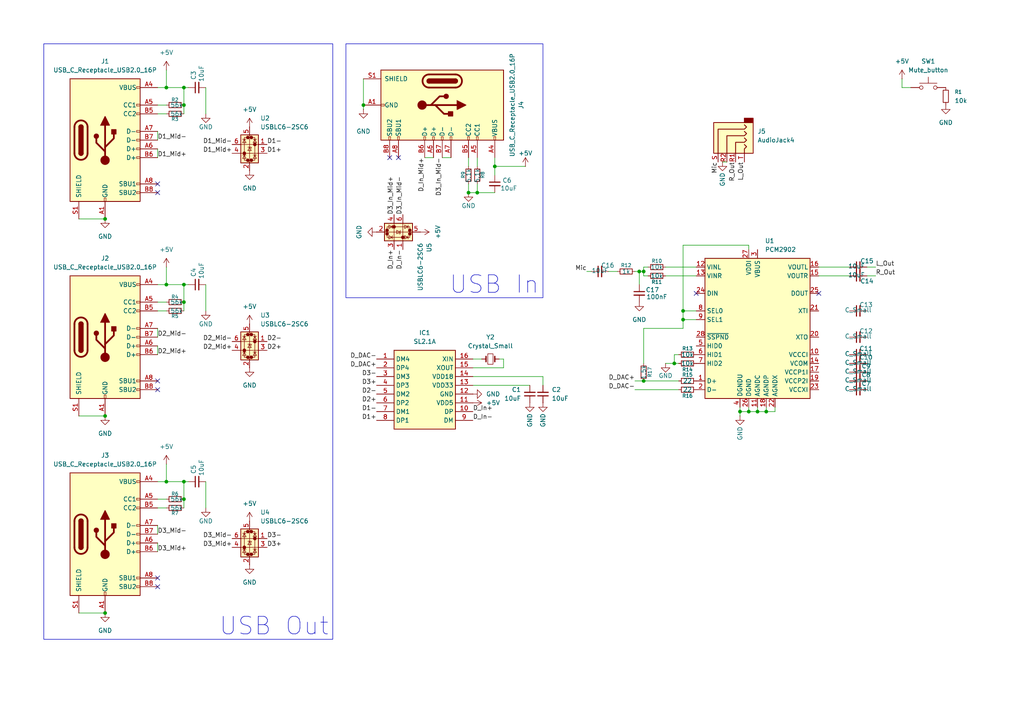
<source format=kicad_sch>
(kicad_sch (version 20250114) (generator "eeschema") (generator_version "9.0")
  (paper "A4")
  (lib_symbols
    (symbol "Audio:PCM2902"
      (property "Reference" "U" (at -14.732 21.59 0))
      (property "Value" "PCM2902" (at 10.922 21.59 0))
      (symbol "PCM2902_0_1"
        (rectangle (start -15.24 20.32) (end 15.24 -20.32) (stroke (width 0.254)) (fill (type background)))
      )
      (symbol "PCM2902_1_1"
        (pin input line (at -17.78 17.78 0) (length 2.54) (name "VINL") (number "12"))
        (pin input line (at -17.78 15.24 0) (length 2.54) (name "VINR") (number "13"))
        (pin input line (at -17.78 10.16 0) (length 2.54) (name "DIN") (number "24"))
        (pin input line (at -17.78 5.08 0) (length 2.54) (name "SEL0") (number "8"))
        (pin input line (at -17.78 2.54 0) (length 2.54) (name "SEL1") (number "9"))
        (pin output line (at -17.78 -2.54 0) (length 2.54) (name "~{SSPND}") (number "28"))
        (pin input line (at -17.78 -5.08 0) (length 2.54) (name "HID0") (number "5"))
        (pin input line (at -17.78 -7.62 0) (length 2.54) (name "HID1") (number "6"))
        (pin input line (at -17.78 -10.16 0) (length 2.54) (name "HID2") (number "7"))
        (pin bidirectional line (at -17.78 -15.24 0) (length 2.54) (name "D+") (number "1"))
        (pin bidirectional line (at -17.78 -17.78 0) (length 2.54) (name "D-") (number "2"))
        (pin power_in line (at -5.08 -22.86 90) (length 2.54) (name "DGNDU") (number "4"))
        (pin power_out line (at -2.54 22.86 270) (length 2.54) (name "VDDI") (number "27"))
        (pin power_in line (at -2.54 -22.86 90) (length 2.54) (name "DGND") (number "26"))
        (pin power_in line (at 0 22.86 270) (length 2.54) (name "VBUS") (number "3"))
        (pin power_in line (at 0 -22.86 90) (length 2.54) (name "AGNDC") (number "11"))
        (pin power_in line (at 2.54 -22.86 90) (length 2.54) (name "AGNDP") (number "18"))
        (pin power_in line (at 5.08 -22.86 90) (length 2.54) (name "AGNDX") (number "22"))
        (pin output line (at 17.78 17.78 180) (length 2.54) (name "VOUTL") (number "16"))
        (pin output line (at 17.78 15.24 180) (length 2.54) (name "VOUTR") (number "15"))
        (pin output line (at 17.78 10.16 180) (length 2.54) (name "DOUT") (number "25"))
        (pin input line (at 17.78 5.08 180) (length 2.54) (name "XTI") (number "21"))
        (pin output line (at 17.78 -2.54 180) (length 2.54) (name "XTO") (number "20"))
        (pin passive line (at 17.78 -7.62 180) (length 2.54) (name "VCCCI") (number "10"))
        (pin passive line (at 17.78 -10.16 180) (length 2.54) (name "VCOM") (number "14"))
        (pin passive line (at 17.78 -12.7 180) (length 2.54) (name "VCCP1I") (number "17"))
        (pin passive line (at 17.78 -15.24 180) (length 2.54) (name "VCCP2I") (number "19"))
        (pin passive line (at 17.78 -17.78 180) (length 2.54) (name "VCCXI") (number "23"))
      )
    )
    (symbol "Connector:USB_C_Receptacle_USB2.0_16P" (pin_names (offset 1.016))
      (property "Reference" "J" (at 0 22.225 0))
      (property "Value" "USB_C_Receptacle_USB2.0_16P" (at 0 19.685 0))
      (symbol "USB_C_Receptacle_USB2.0_16P_0_0"
        (rectangle (start -0.254 -17.78) (end 0.254 -16.764))
        (rectangle (start 10.16 15.494) (end 9.144 14.986))
        (rectangle (start 10.16 10.414) (end 9.144 9.906))
        (rectangle (start 10.16 7.874) (end 9.144 7.366))
        (rectangle (start 10.16 2.794) (end 9.144 2.286))
        (rectangle (start 10.16 0.254) (end 9.144 -0.254))
        (rectangle (start 10.16 -2.286) (end 9.144 -2.794))
        (rectangle (start 10.16 -4.826) (end 9.144 -5.334))
        (rectangle (start 10.16 -12.446) (end 9.144 -12.954))
        (rectangle (start 10.16 -14.986) (end 9.144 -15.494))
      )
      (symbol "USB_C_Receptacle_USB2.0_16P_0_1"
        (rectangle (start -10.16 17.78) (end 10.16 -17.78) (stroke (width 0.254)) (fill (type background)))
        (polyline (pts (xy -8.89 -3.81) (xy -8.89 3.81)) (stroke (width 0.508)))
        (rectangle (start -7.62 -3.81) (end -6.35 3.81) (stroke (width 0.254)) (fill (type outline)))
        (arc (start -7.62 3.81) (mid -6.985 4.4423) (end -6.35 3.81) (stroke (width 0.254)))
        (arc (start -7.62 3.81) (mid -6.985 4.4423) (end -6.35 3.81) (stroke (width 0.254)) (fill (type outline)))
        (arc (start -8.89 3.81) (mid -6.985 5.7067) (end -5.08 3.81) (stroke (width 0.508)))
        (arc (start -5.08 -3.81) (mid -6.985 -5.7067) (end -8.89 -3.81) (stroke (width 0.508)))
        (arc (start -6.35 -3.81) (mid -6.985 -4.4423) (end -7.62 -3.81) (stroke (width 0.254)))
        (arc (start -6.35 -3.81) (mid -6.985 -4.4423) (end -7.62 -3.81) (stroke (width 0.254)) (fill (type outline)))
        (polyline (pts (xy -5.08 3.81) (xy -5.08 -3.81)) (stroke (width 0.508)))
        (circle (center -2.54 1.143) (radius 0.635) (stroke (width 0.254)) (fill (type outline)))
        (polyline (pts (xy -1.27 4.318) (xy 0 6.858) (xy 1.27 4.318) (xy -1.27 4.318)) (stroke (width 0.254)) (fill (type outline)))
        (polyline (pts (xy 0 -2.032) (xy 2.54 0.508) (xy 2.54 1.778)) (stroke (width 0.508)))
        (polyline (pts (xy 0 -3.302) (xy -2.54 -0.762) (xy -2.54 0.508)) (stroke (width 0.508)))
        (polyline (pts (xy 0 -5.842) (xy 0 4.318)) (stroke (width 0.508)))
        (circle (center 0 -5.842) (radius 1.27) (fill (type outline)))
        (rectangle (start 1.905 1.778) (end 3.175 3.048) (stroke (width 0.254)) (fill (type outline)))
      )
      (symbol "USB_C_Receptacle_USB2.0_16P_1_1"
        (pin passive line (at -7.62 -22.86 90) (length 5.08) (name "SHIELD") (number "S1"))
        (pin passive line (at 0 -22.86 90) (length 5.08) (name "GND") (number "A1"))
        (pin passive line (at 0 -22.86 90) (length 5.08) (hide yes) (name "GND") (number "A12"))
        (pin passive line (at 0 -22.86 90) (length 5.08) (hide yes) (name "GND") (number "B1"))
        (pin passive line (at 0 -22.86 90) (length 5.08) (hide yes) (name "GND") (number "B12"))
        (pin passive line (at 15.24 15.24 180) (length 5.08) (name "VBUS") (number "A4"))
        (pin passive line (at 15.24 15.24 180) (length 5.08) (hide yes) (name "VBUS") (number "A9"))
        (pin passive line (at 15.24 15.24 180) (length 5.08) (hide yes) (name "VBUS") (number "B4"))
        (pin passive line (at 15.24 15.24 180) (length 5.08) (hide yes) (name "VBUS") (number "B9"))
        (pin bidirectional line (at 15.24 10.16 180) (length 5.08) (name "CC1") (number "A5"))
        (pin bidirectional line (at 15.24 7.62 180) (length 5.08) (name "CC2") (number "B5"))
        (pin bidirectional line (at 15.24 2.54 180) (length 5.08) (name "D-") (number "A7"))
        (pin bidirectional line (at 15.24 0 180) (length 5.08) (name "D-") (number "B7"))
        (pin bidirectional line (at 15.24 -2.54 180) (length 5.08) (name "D+") (number "A6"))
        (pin bidirectional line (at 15.24 -5.08 180) (length 5.08) (name "D+") (number "B6"))
        (pin bidirectional line (at 15.24 -12.7 180) (length 5.08) (name "SBU1") (number "A8"))
        (pin bidirectional line (at 15.24 -15.24 180) (length 5.08) (name "SBU2") (number "B8"))
      )
    )
    (symbol "Connector_Audio:AudioJack4"
      (property "Reference" "J" (at 0 8.89 0))
      (property "Value" "AudioJack4" (at 0 6.35 0))
      (symbol "AudioJack4_0_1"
        (rectangle (start -6.35 -5.08) (end -7.62 -7.62) (stroke (width 0.254)) (fill (type outline)))
        (polyline (pts (xy -5.715 -5.08) (xy -5.08 -5.715) (xy -4.445 -5.08) (xy -4.445 2.54) (xy 2.54 2.54)) (stroke (width 0.254)))
        (polyline (pts (xy -1.905 -5.08) (xy -1.27 -5.715) (xy -0.635 -5.08) (xy -0.635 -2.54) (xy 2.54 -2.54)) (stroke (width 0.254)))
        (polyline (pts (xy 0 -5.08) (xy 0.635 -5.715) (xy 1.27 -5.08) (xy 2.54 -5.08)) (stroke (width 0.254)))
        (rectangle (start 2.54 3.81) (end -6.35 -7.62) (stroke (width 0.254)) (fill (type background)))
        (polyline (pts (xy 2.54 0) (xy -2.54 0) (xy -2.54 -5.08) (xy -3.175 -5.715) (xy -3.81 -5.08)) (stroke (width 0.254)))
      )
      (symbol "AudioJack4_1_1"
        (pin passive line (at 5.08 2.54 180) (length 2.54) (name "~") (number "S"))
        (pin passive line (at 5.08 0 180) (length 2.54) (name "~") (number "R2"))
        (pin passive line (at 5.08 -2.54 180) (length 2.54) (name "~") (number "R1"))
        (pin passive line (at 5.08 -5.08 180) (length 2.54) (name "~") (number "T"))
      )
    )
    (symbol "Device:C_Small" (pin_numbers (hide yes)) (pin_names (offset 0.254) (hide yes))
      (property "Reference" "C" (at 0.254 1.778 0))
      (property "Value" "C_Small" (at 0.254 -2.032 0))
      (symbol "C_Small_0_1"
        (polyline (pts (xy -1.524 0.508) (xy 1.524 0.508)) (stroke (width 0.3048)))
        (polyline (pts (xy -1.524 -0.508) (xy 1.524 -0.508)) (stroke (width 0.3302)))
      )
      (symbol "C_Small_1_1"
        (pin passive line (at 0 2.54 270) (length 2.032) (name "~") (number "1"))
        (pin passive line (at 0 -2.54 90) (length 2.032) (name "~") (number "2"))
      )
    )
    (symbol "Device:Crystal_Small" (pin_numbers (hide yes)) (pin_names (offset 1.016) (hide yes))
      (property "Reference" "Y" (at 0 2.54 0))
      (property "Value" "Crystal_Small" (at 0 -2.54 0))
      (symbol "Crystal_Small_0_1"
        (polyline (pts (xy -1.27 -0.762) (xy -1.27 0.762)) (stroke (width 0.381)))
        (rectangle (start -0.762 -1.524) (end 0.762 1.524))
        (polyline (pts (xy 1.27 -0.762) (xy 1.27 0.762)) (stroke (width 0.381)))
      )
      (symbol "Crystal_Small_1_1"
        (pin passive line (at -2.54 0 0) (length 1.27) (name "1") (number "1"))
        (pin passive line (at 2.54 0 180) (length 1.27) (name "2") (number "2"))
      )
    )
    (symbol "Device:R_Small" (pin_numbers (hide yes)) (pin_names (offset 0.254) (hide yes))
      (property "Reference" "R" (at 0 0 90))
      (property "Value" "R_Small" (at 1.778 0 90))
      (symbol "R_Small_0_1"
        (rectangle (start -0.762 1.778) (end 0.762 -1.778) (stroke (width 0.2032)))
      )
      (symbol "R_Small_1_1"
        (pin passive line (at 0 2.54 270) (length 0.762) (name "~") (number "1"))
        (pin passive line (at 0 -2.54 90) (length 0.762) (name "~") (number "2"))
      )
    )
    (symbol "Power_Protection:USBLC6-2SC6" (pin_names (hide yes))
      (property "Reference" "U" (at 0.635 5.715 0))
      (property "Value" "USBLC6-2SC6" (at 0.635 3.81 0))
      (symbol "USBLC6-2SC6_0_0"
        (circle (center -1.524 0) (radius 0.0001) (stroke (width 0.508)))
        (circle (center -0.508 2.032) (radius 0.0001) (stroke (width 0.508)))
        (circle (center -0.508 -4.572) (radius 0.0001) (stroke (width 0.508)))
        (circle (center 0.508 2.032) (radius 0.0001) (stroke (width 0.508)))
        (circle (center 0.508 -4.572) (radius 0.0001) (stroke (width 0.508)))
        (circle (center 1.524 -2.54) (radius 0.0001) (stroke (width 0.508)))
      )
      (symbol "USBLC6-2SC6_0_1"
        (polyline (pts (xy -2.54 0) (xy 2.54 0)))
        (polyline (pts (xy -2.54 -2.54) (xy 2.54 -2.54)))
        (polyline (pts (xy -2.032 0.508) (xy -1.016 0.508) (xy -1.524 1.524) (xy -2.032 0.508)))
        (polyline (pts (xy -2.032 -3.048) (xy -1.016 -3.048)))
        (polyline (pts (xy -1.016 1.524) (xy -2.032 1.524)))
        (polyline (pts (xy -1.016 -4.064) (xy -2.032 -4.064) (xy -1.524 -3.048) (xy -1.016 -4.064)))
        (polyline (pts (xy -0.508 -1.143) (xy -0.508 -0.762) (xy 0.508 -0.762)))
        (polyline (pts (xy 0 2.54) (xy -0.508 2.032) (xy 0.508 2.032) (xy 0 1.524) (xy 0 -4.064) (xy -0.508 -4.572) (xy 0.508 -4.572) (xy 0 -5.08)))
        (polyline (pts (xy 0.508 -1.778) (xy -0.508 -1.778) (xy 0 -0.762) (xy 0.508 -1.778)))
        (polyline (pts (xy 1.016 1.524) (xy 2.032 1.524)))
        (polyline (pts (xy 1.016 -3.048) (xy 2.032 -3.048)))
        (polyline (pts (xy 2.032 0.508) (xy 1.016 0.508) (xy 1.524 1.524) (xy 2.032 0.508)))
        (polyline (pts (xy 2.032 -4.064) (xy 1.016 -4.064) (xy 1.524 -3.048) (xy 2.032 -4.064)))
      )
      (symbol "USBLC6-2SC6_1_1"
        (rectangle (start -2.54 2.794) (end 2.54 -5.334) (stroke (width 0.254)) (fill (type background)))
        (polyline (pts (xy -0.508 2.032) (xy -1.524 2.032) (xy -1.524 -4.572) (xy -0.508 -4.572)))
        (polyline (pts (xy 0.508 -4.572) (xy 1.524 -4.572) (xy 1.524 2.032) (xy 0.508 2.032)))
        (pin passive line (at -5.08 0 0) (length 2.54) (name "I/O1") (number "1"))
        (pin passive line (at -5.08 -2.54 0) (length 2.54) (name "I/O2") (number "3"))
        (pin passive line (at 0 5.08 270) (length 2.54) (name "VBUS") (number "5"))
        (pin passive line (at 0 -7.62 90) (length 2.54) (name "GND") (number "2"))
        (pin passive line (at 5.08 0 180) (length 2.54) (name "I/O1") (number "6"))
        (pin passive line (at 5.08 -2.54 180) (length 2.54) (name "I/O2") (number "4"))
      )
    )
    (symbol "SL2_1A:SL2.1A"
      (property "Reference" "IC" (at 24.13 7.62 0))
      (property "Value" "SL2.1A" (at 24.13 5.08 0))
      (symbol "SL2.1A_1_1"
        (rectangle (start 5.08 2.54) (end 22.86 -20.32) (stroke (width 0.254)) (fill (type background)))
        (pin passive line (at 0 0 0) (length 5.08) (name "DM4") (number "1"))
        (pin passive line (at 0 -2.54 0) (length 5.08) (name "DP4") (number "2"))
        (pin passive line (at 0 -5.08 0) (length 5.08) (name "DM3") (number "3"))
        (pin passive line (at 0 -7.62 0) (length 5.08) (name "DP3") (number "4"))
        (pin passive line (at 0 -10.16 0) (length 5.08) (name "DM2") (number "5"))
        (pin passive line (at 0 -12.7 0) (length 5.08) (name "DP2") (number "6"))
        (pin passive line (at 0 -15.24 0) (length 5.08) (name "DM1") (number "7"))
        (pin passive line (at 0 -17.78 0) (length 5.08) (name "DP1") (number "8"))
        (pin passive line (at 27.94 0 180) (length 5.08) (name "XIN") (number "16"))
        (pin passive line (at 27.94 -2.54 180) (length 5.08) (name "XOUT") (number "15"))
        (pin passive line (at 27.94 -5.08 180) (length 5.08) (name "VDD18") (number "14"))
        (pin passive line (at 27.94 -7.62 180) (length 5.08) (name "VDD33") (number "13"))
        (pin passive line (at 27.94 -10.16 180) (length 5.08) (name "GND") (number "12"))
        (pin passive line (at 27.94 -12.7 180) (length 5.08) (name "VDD5") (number "11"))
        (pin passive line (at 27.94 -15.24 180) (length 5.08) (name "DP") (number "10"))
        (pin passive line (at 27.94 -17.78 180) (length 5.08) (name "DM") (number "9"))
      )
    )
    (symbol "Switch:SW_Push" (pin_numbers (hide yes)) (pin_names (offset 1.016) (hide yes))
      (property "Reference" "SW" (at 1.27 2.54 0))
      (property "Value" "SW_Push" (at 0 -1.524 0))
      (symbol "SW_Push_0_1"
        (circle (center -2.032 0) (radius 0.508))
        (polyline (pts (xy 0 1.27) (xy 0 3.048)))
        (circle (center 2.032 0) (radius 0.508))
        (polyline (pts (xy 2.54 1.27) (xy -2.54 1.27)))
        (pin passive line (at -5.08 0 0) (length 2.54) (name "1") (number "1"))
        (pin passive line (at 5.08 0 180) (length 2.54) (name "2") (number "2"))
      )
    )
    (symbol "power:+5V" (power) (pin_numbers (hide yes)) (pin_names (offset 0) (hide yes))
      (property "Value" "+5V" (at 0 3.556 0))
      (symbol "+5V_0_1"
        (polyline (pts (xy -0.762 1.27) (xy 0 2.54)))
        (polyline (pts (xy 0 2.54) (xy 0.762 1.27)))
        (polyline (pts (xy 0 0) (xy 0 2.54)))
      )
      (symbol "+5V_1_1"
        (pin power_in line (at 0 0 90) (length 0) (name "~") (number "1"))
      )
    )
    (symbol "power:GND" (power) (pin_numbers (hide yes)) (pin_names (offset 0) (hide yes))
      (property "Value" "GND" (at 0 -3.81 0))
      (symbol "GND_0_1"
        (polyline (pts (xy 0 0) (xy 0 -1.27) (xy 1.27 -1.27) (xy 0 -2.54) (xy -1.27 -1.27) (xy 0 -1.27)))
      )
      (symbol "GND_1_1"
        (pin power_in line (at 0 0 270) (length 0) (name "~") (number "1"))
      )
    )
  )
  (text "What value resistor for host?" (at 49.276 -11.938 0) (effects (font (size 5.08 5.08))))
  (text_box "USB In" (at 100.33 12.7 0) (size 57.15 73.66) (margins 0.9525 0.9525 0.9525 0.9525) (effects (font (size 5.08 5.08)) (justify right bottom)))
  (text_box "USB Out" (at 12.7 12.7 0) (size 83.82 172.72) (margins 0.9525 0.9525 0.9525 0.9525) (effects (font (size 5.08 5.08)) (justify right bottom)))
  (junction (at 195.58 105.41))
  (junction (at 53.34 25.4))
  (junction (at 53.34 30.48))
  (junction (at 105.41 30.48))
  (junction (at 219.71 119.38))
  (junction (at 53.34 144.78))
  (junction (at 53.34 139.7))
  (junction (at 217.17 119.38))
  (junction (at 135.89 55.88))
  (junction (at 48.26 82.55))
  (junction (at 198.12 90.17))
  (junction (at 143.51 48.26))
  (junction (at 30.48 120.65))
  (junction (at 30.48 177.8))
  (junction (at 48.26 139.7))
  (junction (at 185.42 78.74))
  (junction (at 198.12 92.71))
  (junction (at 53.34 87.63))
  (junction (at 30.48 63.5))
  (junction (at 186.69 78.74))
  (junction (at 186.69 110.49))
  (junction (at 214.63 119.38))
  (junction (at 222.25 119.38))
  (junction (at 53.34 82.55))
  (junction (at 138.43 55.88))
  (junction (at 48.26 25.4))
  (no_connect (at 45.72 53.34))
  (no_connect (at 201.93 85.09))
  (no_connect (at 115.57 45.72))
  (no_connect (at 113.03 45.72))
  (no_connect (at 45.72 110.49))
  (no_connect (at 45.72 55.88))
  (no_connect (at 237.49 85.09))
  (no_connect (at 45.72 113.03))
  (no_connect (at 45.72 170.18))
  (no_connect (at 45.72 167.64))
  (wire (pts (xy 143.51 55.88) (xy 138.43 55.88)))
  (wire (pts (xy 53.34 90.17) (xy 53.34 87.63)))
  (wire (pts (xy 237.49 77.47) (xy 246.38 77.47)))
  (wire (pts (xy 193.04 77.47) (xy 201.93 77.47)))
  (wire (pts (xy 48.26 139.7) (xy 45.72 139.7)))
  (wire (pts (xy 130.81 45.72) (xy 128.27 45.72)))
  (wire (pts (xy 48.26 25.4) (xy 53.34 25.4)))
  (wire (pts (xy 209.55 46.99) (xy 210.82 46.99)))
  (wire (pts (xy 45.72 144.78) (xy 48.26 144.78)))
  (wire (pts (xy 219.71 118.11) (xy 219.71 119.38)))
  (wire (pts (xy 59.69 82.55) (xy 59.69 90.17)))
  (wire (pts (xy 198.12 90.17) (xy 201.93 90.17)))
  (wire (pts (xy 53.34 139.7) (xy 54.61 139.7)))
  (wire (pts (xy 214.63 119.38) (xy 214.63 118.11)))
  (wire (pts (xy 45.72 152.4) (xy 45.72 154.94)))
  (wire (pts (xy 195.58 102.87) (xy 195.58 105.41)))
  (wire (pts (xy 137.16 111.76) (xy 153.67 111.76)))
  (wire (pts (xy 224.79 118.11) (xy 224.79 119.38)))
  (wire (pts (xy 45.72 95.25) (xy 45.72 97.79)))
  (wire (pts (xy 195.58 105.41) (xy 196.85 105.41)))
  (wire (pts (xy 186.69 78.74) (xy 186.69 80.01)))
  (wire (pts (xy 184.15 78.74) (xy 185.42 78.74)))
  (wire (pts (xy 193.04 80.01) (xy 201.93 80.01)))
  (wire (pts (xy 48.26 82.55) (xy 45.72 82.55)))
  (wire (pts (xy 185.42 78.74) (xy 186.69 78.74)))
  (wire (pts (xy 125.73 45.72) (xy 123.19 45.72)))
  (wire (pts (xy 138.43 53.34) (xy 138.43 55.88)))
  (wire (pts (xy 261.62 25.4) (xy 264.16 25.4)))
  (wire (pts (xy 185.42 78.74) (xy 185.42 82.55)))
  (wire (pts (xy 143.51 48.26) (xy 143.51 50.8)))
  (wire (pts (xy 217.17 71.12) (xy 217.17 72.39)))
  (wire (pts (xy 186.69 80.01) (xy 187.96 80.01)))
  (wire (pts (xy 48.26 77.47) (xy 48.26 82.55)))
  (wire (pts (xy 217.17 118.11) (xy 217.17 119.38)))
  (wire (pts (xy 137.16 109.22) (xy 157.48 109.22)))
  (wire (pts (xy 48.26 25.4) (xy 45.72 25.4)))
  (wire (pts (xy 251.46 77.47) (xy 254 77.47)))
  (wire (pts (xy 53.34 139.7) (xy 53.34 144.78)))
  (wire (pts (xy 187.96 77.47) (xy 186.69 77.47)))
  (wire (pts (xy 198.12 92.71) (xy 201.93 92.71)))
  (wire (pts (xy 170.18 78.74) (xy 171.45 78.74)))
  (wire (pts (xy 176.53 78.74) (xy 179.07 78.74)))
  (wire (pts (xy 217.17 119.38) (xy 214.63 119.38)))
  (wire (pts (xy 53.34 87.63) (xy 53.34 82.55)))
  (wire (pts (xy 198.12 71.12) (xy 217.17 71.12)))
  (wire (pts (xy 146.05 104.14) (xy 144.78 104.14)))
  (wire (pts (xy 135.89 45.72) (xy 135.89 48.26)))
  (wire (pts (xy 222.25 119.38) (xy 219.71 119.38)))
  (wire (pts (xy 186.69 110.49) (xy 196.85 110.49)))
  (wire (pts (xy 198.12 92.71) (xy 198.12 90.17)))
  (wire (pts (xy 184.15 110.49) (xy 186.69 110.49)))
  (wire (pts (xy 105.41 31.75) (xy 105.41 30.48)))
  (wire (pts (xy 48.26 134.62) (xy 48.26 139.7)))
  (wire (pts (xy 137.16 106.68) (xy 146.05 106.68)))
  (wire (pts (xy 222.25 118.11) (xy 222.25 119.38)))
  (wire (pts (xy 45.72 157.48) (xy 45.72 160.02)))
  (wire (pts (xy 45.72 90.17) (xy 48.26 90.17)))
  (wire (pts (xy 48.26 82.55) (xy 53.34 82.55)))
  (wire (pts (xy 59.69 25.4) (xy 59.69 33.02)))
  (wire (pts (xy 53.34 25.4) (xy 54.61 25.4)))
  (wire (pts (xy 224.79 119.38) (xy 222.25 119.38)))
  (wire (pts (xy 45.72 147.32) (xy 48.26 147.32)))
  (wire (pts (xy 198.12 95.25) (xy 198.12 92.71)))
  (wire (pts (xy 53.34 144.78) (xy 53.34 147.32)))
  (wire (pts (xy 48.26 139.7) (xy 53.34 139.7)))
  (wire (pts (xy 22.86 120.65) (xy 30.48 120.65)))
  (wire (pts (xy 219.71 119.38) (xy 217.17 119.38)))
  (wire (pts (xy 186.69 95.25) (xy 198.12 95.25)))
  (wire (pts (xy 198.12 90.17) (xy 198.12 71.12)))
  (wire (pts (xy 193.04 105.41) (xy 195.58 105.41)))
  (wire (pts (xy 45.72 38.1) (xy 45.72 40.64)))
  (wire (pts (xy 53.34 25.4) (xy 53.34 30.48)))
  (wire (pts (xy 45.72 43.18) (xy 45.72 45.72)))
  (wire (pts (xy 251.46 80.01) (xy 254 80.01)))
  (wire (pts (xy 59.69 139.7) (xy 59.69 147.32)))
  (wire (pts (xy 105.41 22.86) (xy 105.41 30.48)))
  (wire (pts (xy 22.86 63.5) (xy 30.48 63.5)))
  (wire (pts (xy 138.43 45.72) (xy 138.43 48.26)))
  (wire (pts (xy 157.48 109.22) (xy 157.48 111.76)))
  (wire (pts (xy 53.34 30.48) (xy 53.34 33.02)))
  (wire (pts (xy 184.15 113.03) (xy 196.85 113.03)))
  (wire (pts (xy 261.62 22.86) (xy 261.62 25.4)))
  (wire (pts (xy 22.86 177.8) (xy 30.48 177.8)))
  (wire (pts (xy 45.72 30.48) (xy 48.26 30.48)))
  (wire (pts (xy 214.63 119.38) (xy 214.63 120.65)))
  (wire (pts (xy 137.16 104.14) (xy 139.7 104.14)))
  (wire (pts (xy 45.72 33.02) (xy 48.26 33.02)))
  (wire (pts (xy 186.69 77.47) (xy 186.69 78.74)))
  (wire (pts (xy 48.26 20.32) (xy 48.26 25.4)))
  (wire (pts (xy 45.72 87.63) (xy 48.26 87.63)))
  (wire (pts (xy 146.05 106.68) (xy 146.05 104.14)))
  (wire (pts (xy 237.49 80.01) (xy 246.38 80.01)))
  (wire (pts (xy 45.72 100.33) (xy 45.72 102.87)))
  (wire (pts (xy 53.34 82.55) (xy 54.61 82.55)))
  (wire (pts (xy 143.51 48.26) (xy 143.51 45.72)))
  (wire (pts (xy 152.4 48.26) (xy 143.51 48.26)))
  (wire (pts (xy 135.89 55.88) (xy 135.89 53.34)))
  (wire (pts (xy 138.43 55.88) (xy 135.89 55.88)))
  (wire (pts (xy 196.85 102.87) (xy 195.58 102.87)))
  (wire (pts (xy 186.69 105.41) (xy 186.69 95.25)))
  (label "R_Out" (at 213.36 46.99 270))
  (label "D_In+" (at 114.3 72.39 270))
  (label "D1+" (at 109.22 121.92 180))
  (label "D1_Mid-" (at 45.72 40.64 0))
  (label "Mic" (at 208.28 46.99 270))
  (label "D3_In_Mid-" (at 128.27 45.72 270))
  (label "D2-" (at 77.47 99.06 0))
  (label "D_DAC+" (at 184.15 110.49 180))
  (label "D2-" (at 109.22 114.3 180))
  (label "L_Out" (at 215.9 46.99 270))
  (label "Mic" (at 170.18 78.74 180))
  (label "D2_Mid+" (at 45.72 102.87 0))
  (label "D3_Mid-" (at 67.31 156.21 180))
  (label "D1_Mid-" (at 67.31 41.91 180))
  (label "D_DAC-" (at 109.22 104.14 180))
  (label "D_DAC+" (at 109.22 106.68 180))
  (label "D2+" (at 77.47 101.6 0))
  (label "D2_Mid-" (at 67.31 99.06 180))
  (label "D3_Mid+" (at 45.72 160.02 0))
  (label "D1+" (at 77.47 44.45 0))
  (label "D2+" (at 109.22 116.84 180))
  (label "D1-" (at 77.47 41.91 0))
  (label "D3_In_Mid+" (at 114.3 62.23 90))
  (label "L_Out" (at 254 77.47 0))
  (label "D1-" (at 109.22 119.38 180))
  (label "D3_Mid+" (at 67.31 158.75 180))
  (label "D2_Mid-" (at 45.72 97.79 0))
  (label "D1_Mid+" (at 45.72 45.72 0))
  (label "D3_Mid-" (at 45.72 154.94 0))
  (label "D_In-" (at 137.16 121.92 0))
  (label "D_In-" (at 116.84 72.39 270))
  (label "D3_In_Mid-" (at 116.84 62.23 90))
  (label "D_In+" (at 137.16 119.38 0))
  (label "D3+" (at 77.47 158.75 0))
  (label "D_In_Mid+" (at 123.19 45.72 270))
  (label "D3-" (at 109.22 109.22 180))
  (label "D1_Mid+" (at 67.31 44.45 180))
  (label "R_Out" (at 254 80.01 0))
  (label "D3-" (at 77.47 156.21 0))
  (label "D_DAC-" (at 184.15 113.03 180))
  (label "D3+" (at 109.22 111.76 180))
  (label "D2_Mid+" (at 67.31 101.6 180))
  (symbol (lib_id "power:GND") (at 30.48 63.5 0) (unit 1)
    (property "Reference" "#PWR010" (effects (hide yes)))
    (property "Value" "GND" (at 30.48 68.58 0))
    (property "Description" "Power symbol creates a global label with name \"GND\" , ground" (effects (hide yes)))
  )
  (symbol (lib_id "Device:R_Small") (at 50.8 33.02 90) (mirror x) (unit 1)
    (property "Reference" "R3" (at 51.816 34.544 90) (effects (font (size 1.016 1.016)) (justify left)))
    (property "Value" "56k" (at 53.086 33.02 90) (effects (justify left)))
    (property "Description" "Resistor, small symbol" (effects (hide yes)))
  )
  (symbol (lib_id "Device:R_Small") (at 50.8 90.17 90) (mirror x) (unit 1)
    (property "Reference" "R5" (at 51.816 91.694 90) (effects (font (size 1.016 1.016)) (justify left)))
    (property "Value" "56k" (at 53.086 90.17 90) (effects (justify left)))
    (property "Description" "Resistor, small symbol" (effects (hide yes)))
  )
  (symbol (lib_id "Device:R_Small") (at 138.43 50.8 0) (unit 1)
    (property "Reference" "R8" (at 139.954 51.816 90) (effects (font (size 1.016 1.016)) (justify left)))
    (property "Value" "5.1k" (at 138.43 53.086 90) (effects (justify left)))
    (property "Description" "Resistor, small symbol" (effects (hide yes)))
  )
  (symbol (lib_id "power:GND") (at 59.69 147.32 0) (unit 1)
    (property "Reference" "#PWR019" (effects (hide yes)))
    (property "Value" "GND" (at 59.69 151.13 0))
    (property "Description" "Power symbol creates a global label with name \"GND\" , ground" (effects (hide yes)))
  )
  (symbol (lib_id "Power_Protection:USBLC6-2SC6") (at 116.84 67.31 270) (mirror x) (unit 1)
    (property "Reference" "U5" (at 124.46 70.4281 0) (effects (justify right)))
    (property "Value" "USBLC6-2SC6" (at 121.92 70.4281 0) (effects (justify right)))
    (property "Footprint" "Package_TO_SOT_SMD:SOT-23-6" (effects (hide yes)))
    (property "Datasheet" "https://www.st.com/resource/en/datasheet/usblc6-2.pdf" (effects (hide yes)))
    (property "Description" "Very low capacitance ESD protection diode, 2 data-line, SOT-23-6" (effects (hide yes)))
  )
  (symbol (lib_id "power:GND") (at 59.69 90.17 0) (unit 1)
    (property "Reference" "#PWR014" (effects (hide yes)))
    (property "Value" "GND" (at 59.69 93.98 0))
    (property "Description" "Power symbol creates a global label with name \"GND\" , ground" (effects (hide yes)))
  )
  (symbol (lib_id "Device:R_Small") (at 274.32 27.94 0) (unit 1)
    (property "Reference" "R1" (at 276.86 26.6699 0) (effects (font (size 1.016 1.016)) (justify left)))
    (property "Value" "10k" (at 276.86 29.2099 0) (effects (justify left)))
    (property "Description" "Resistor, small symbol" (effects (hide yes)))
  )
  (symbol (lib_id "Device:C_Small") (at 157.48 114.3 180) (unit 1)
    (property "Reference" "C2" (at 160.02 113.0235 0) (effects (justify right)))
    (property "Value" "10uF" (at 160.02 115.5635 0) (effects (justify right)))
    (property "Description" "Unpolarized capacitor, small symbol" (effects (hide yes)))
  )
  (symbol (lib_id "power:+5V") (at 261.62 22.86 0) (unit 1)
    (property "Reference" "#PWR01" (effects (hide yes)))
    (property "Value" "+5V" (at 261.62 17.78 0))
    (property "Description" "Power symbol creates a global label with name \"+5V\"" (effects (hide yes)))
  )
  (symbol (lib_id "Audio:PCM2902") (at 219.71 95.25 0) (unit 1)
    (property "Reference" "U1" (at 221.8533 69.85 0) (effects (justify left)))
    (property "Value" "PCM2902" (at 221.8533 72.39 0) (effects (justify left)))
    (property "Footprint" "Package_SO:SSOP-28_5.3x10.2mm_P0.65mm" (effects (hide yes)))
    (property "Datasheet" "http://www.ti.com/lit/ds/symlink/pcm2902c.pdf" (effects (hide yes)))
    (property "Description" "Stereo Audio Codec with USB interface, Analog Input/Output, and S/PDIF, SSOP-28" (effects (hide yes)))
  )
  (symbol (lib_id "power:GND") (at 72.39 49.53 0) (unit 1)
    (property "Reference" "#PWR08" (effects (hide yes)))
    (property "Value" "GND" (at 72.39 54.61 0))
    (property "Description" "Power symbol creates a global label with name \"GND\" , ground" (effects (hide yes)))
  )
  (symbol (lib_id "power:+5V") (at 121.92 67.31 270) (unit 1)
    (property "Reference" "#PWR025" (effects (hide yes)))
    (property "Value" "+5V" (at 127 67.31 0))
    (property "Description" "Power symbol creates a global label with name \"+5V\"" (effects (hide yes)))
  )
  (symbol (lib_id "Device:R_Small") (at 199.39 110.49 90) (unit 1)
    (property "Reference" "R15" (at 199.39 108.712 90) (effects (font (size 1.016 1.016))))
    (property "Value" "22" (at 199.39 110.49 90))
    (property "Description" "Resistor, small symbol" (effects (hide yes)))
  )
  (symbol (lib_id "power:GND") (at 105.41 31.75 0) (unit 1)
    (property "Reference" "#PWR022" (effects (hide yes)))
    (property "Value" "GND" (at 105.41 38.1 0))
    (property "Description" "Power symbol creates a global label with name \"GND\" , ground" (effects (hide yes)))
  )
  (symbol (lib_id "power:GND") (at 193.04 105.41 0) (unit 1)
    (property "Reference" "#PWR030" (effects (hide yes)))
    (property "Value" "GND" (at 193.04 108.966 0))
    (property "Description" "Power symbol creates a global label with name \"GND\" , ground" (effects (hide yes)))
  )
  (symbol (lib_id "Device:R_Small") (at 50.8 144.78 90) (unit 1)
    (property "Reference" "R6" (at 51.816 143.256 90) (effects (font (size 1.016 1.016)) (justify left)))
    (property "Value" "56k" (at 53.086 144.78 90) (effects (justify left)))
    (property "Description" "Resistor, small symbol" (effects (hide yes)))
  )
  (symbol (lib_id "Device:C_Small") (at 248.92 97.79 90) (unit 1)
    (property "Reference" "C12" (at 251.206 96.012 90))
    (property "Value" "C_Small" (at 248.92 97.536 90))
    (property "Description" "Unpolarized capacitor, small symbol" (effects (hide yes)))
  )
  (symbol (lib_id "power:GND") (at 153.67 116.84 0) (unit 1)
    (property "Reference" "#PWR05" (effects (hide yes)))
    (property "Value" "GND" (at 153.67 121.92 90))
    (property "Description" "Power symbol creates a global label with name \"GND\" , ground" (effects (hide yes)))
  )
  (symbol (lib_id "Device:R_Small") (at 186.69 107.95 0) (mirror x) (unit 1)
    (property "Reference" "R17" (at 188.468 107.95 90) (effects (font (size 1.016 1.016))))
    (property "Value" "1.5k" (at 186.69 107.95 90))
    (property "Description" "Resistor, small symbol" (effects (hide yes)))
  )
  (symbol (lib_id "power:+5V") (at 48.26 134.62 0) (unit 1)
    (property "Reference" "#PWR018" (effects (hide yes)))
    (property "Value" "+5V" (at 48.26 129.54 0))
    (property "Description" "Power symbol creates a global label with name \"+5V\"" (effects (hide yes)))
  )
  (symbol (lib_id "Device:R_Small") (at 190.5 77.47 90) (unit 1)
    (property "Reference" "R10" (at 190.5 75.692 90) (effects (font (size 1.016 1.016))))
    (property "Value" "10k" (at 190.5 77.47 90))
    (property "Description" "Resistor, small symbol" (effects (hide yes)))
  )
  (symbol (lib_id "power:GND") (at 137.16 114.3 90) (unit 1)
    (property "Reference" "#PWR03" (effects (hide yes)))
    (property "Value" "GND" (at 140.97 114.2999 90) (effects (justify right)))
    (property "Description" "Power symbol creates a global label with name \"GND\" , ground" (effects (hide yes)))
  )
  (symbol (lib_id "Device:R_Small") (at 190.5 80.01 90) (mirror x) (unit 1)
    (property "Reference" "R11" (at 190.5 81.788 90) (effects (font (size 1.016 1.016))))
    (property "Value" "10k" (at 190.5 80.01 90))
    (property "Description" "Resistor, small symbol" (effects (hide yes)))
  )
  (symbol (lib_id "power:GND") (at 274.32 30.48 0) (unit 1)
    (property "Reference" "#PWR02" (effects (hide yes)))
    (property "Value" "GND" (at 274.32 35.56 0))
    (property "Description" "Power symbol creates a global label with name \"GND\" , ground" (effects (hide yes)))
  )
  (symbol (lib_id "Device:C_Small") (at 57.15 25.4 90) (unit 1)
    (property "Reference" "C3" (at 56.134 21.844 0))
    (property "Value" "10uF" (at 58.42 21.336 0))
    (property "Description" "Unpolarized capacitor, small symbol" (effects (hide yes)))
  )
  (symbol (lib_id "Power_Protection:USBLC6-2SC6") (at 72.39 41.91 0) (mirror y) (unit 1)
    (property "Reference" "U2" (at 75.5081 34.29 0) (effects (justify right)))
    (property "Value" "USBLC6-2SC6" (at 75.5081 36.83 0) (effects (justify right)))
    (property "Footprint" "Package_TO_SOT_SMD:SOT-23-6" (effects (hide yes)))
    (property "Datasheet" "https://www.st.com/resource/en/datasheet/usblc6-2.pdf" (effects (hide yes)))
    (property "Description" "Very low capacitance ESD protection diode, 2 data-line, SOT-23-6" (effects (hide yes)))
  )
  (symbol (lib_id "Device:C_Small") (at 153.67 114.3 0) (mirror x) (unit 1)
    (property "Reference" "C1" (at 151.13 113.0235 0) (effects (justify right)))
    (property "Value" "10uF" (at 151.13 115.5635 0) (effects (justify right)))
    (property "Description" "Unpolarized capacitor, small symbol" (effects (hide yes)))
  )
  (symbol (lib_id "power:GND") (at 109.22 67.31 270) (unit 1)
    (property "Reference" "#PWR026" (effects (hide yes)))
    (property "Value" "GND" (at 104.14 67.31 0))
    (property "Description" "Power symbol creates a global label with name \"GND\" , ground" (effects (hide yes)))
  )
  (symbol (lib_id "Device:R_Small") (at 199.39 105.41 90) (mirror x) (unit 1)
    (property "Reference" "R14" (at 199.39 107.188 90) (effects (font (size 1.016 1.016))))
    (property "Value" "10k" (at 199.39 105.41 90))
    (property "Description" "Resistor, small symbol" (effects (hide yes)))
  )
  (symbol (lib_id "power:+5V") (at 72.39 36.83 0) (unit 1)
    (property "Reference" "#PWR07" (effects (hide yes)))
    (property "Value" "+5V" (at 72.39 31.75 0))
    (property "Description" "Power symbol creates a global label with name \"+5V\"" (effects (hide yes)))
  )
  (symbol (lib_id "Device:R_Small") (at 135.89 50.8 0) (mirror y) (unit 1)
    (property "Reference" "R9" (at 134.366 51.816 90) (effects (font (size 1.016 1.016)) (justify left)))
    (property "Value" "5.1k" (at 135.89 53.086 90) (effects (justify left)))
    (property "Description" "Resistor, small symbol" (effects (hide yes)))
  )
  (symbol (lib_id "Device:R_Small") (at 50.8 87.63 90) (unit 1)
    (property "Reference" "R4" (at 51.816 86.106 90) (effects (font (size 1.016 1.016)) (justify left)))
    (property "Value" "56k" (at 53.086 87.63 90) (effects (justify left)))
    (property "Description" "Resistor, small symbol" (effects (hide yes)))
  )
  (symbol (lib_id "Device:R_Small") (at 50.8 30.48 90) (unit 1)
    (property "Reference" "R2" (at 51.816 28.956 90) (effects (font (size 1.016 1.016)) (justify left)))
    (property "Value" "56k" (at 53.086 30.48 90) (effects (justify left)))
    (property "Description" "Resistor, small symbol" (effects (hide yes)))
  )
  (symbol (lib_id "Device:C_Small") (at 248.92 107.95 90) (unit 1)
    (property "Reference" "C9" (at 251.206 106.172 90))
    (property "Value" "C_Small" (at 248.92 107.696 90))
    (property "Description" "Unpolarized capacitor, small symbol" (effects (hide yes)))
  )
  (symbol (lib_id "Device:C_Small") (at 185.42 85.09 0) (unit 1)
    (property "Reference" "C17" (at 189.23 84.074 0))
    (property "Value" "100nF" (at 190.5 86.106 0))
    (property "Description" "Unpolarized capacitor, small symbol" (effects (hide yes)))
  )
  (symbol (lib_id "power:GND") (at 214.63 120.65 0) (unit 1)
    (property "Reference" "#PWR029" (effects (hide yes)))
    (property "Value" "GND" (at 214.63 125.73 90))
    (property "Description" "Power symbol creates a global label with name \"GND\" , ground" (effects (hide yes)))
  )
  (symbol (lib_id "Device:C_Small") (at 248.92 80.01 90) (unit 1)
    (property "Reference" "C14" (at 251.46 81.534 90))
    (property "Value" "10uF" (at 248.412 79.756 90))
    (property "Description" "Unpolarized capacitor, small symbol" (effects (hide yes)))
  )
  (symbol (lib_id "Device:C_Small") (at 248.92 102.87 90) (unit 1)
    (property "Reference" "C11" (at 251.206 101.092 90))
    (property "Value" "C_Small" (at 248.92 102.616 90))
    (property "Description" "Unpolarized capacitor, small symbol" (effects (hide yes)))
  )
  (symbol (lib_id "power:GND") (at 30.48 177.8 0) (unit 1)
    (property "Reference" "#PWR017" (effects (hide yes)))
    (property "Value" "GND" (at 30.48 182.88 0))
    (property "Description" "Power symbol creates a global label with name \"GND\" , ground" (effects (hide yes)))
  )
  (symbol (lib_id "power:+5V") (at 137.16 116.84 270) (unit 1)
    (property "Reference" "#PWR04" (effects (hide yes)))
    (property "Value" "+5V" (at 140.97 116.8399 90) (effects (justify left)))
    (property "Description" "Power symbol creates a global label with name \"+5V\"" (effects (hide yes)))
  )
  (symbol (lib_id "power:+5V") (at 152.4 48.26 0) (unit 1)
    (property "Reference" "#PWR023" (effects (hide yes)))
    (property "Value" "+5V" (at 152.4 44.45 0))
    (property "Description" "Power symbol creates a global label with name \"+5V\"" (effects (hide yes)))
  )
  (symbol (lib_id "Connector:USB_C_Receptacle_USB2.0_16P") (at 30.48 40.64 0) (unit 1)
    (property "Reference" "J1" (at 30.48 17.78 0))
    (property "Value" "USB_C_Receptacle_USB2.0_16P" (at 30.48 20.32 0))
    (property "Datasheet" "https://www.usb.org/sites/default/files/documents/usb_type-c.zip" (effects (hide yes)))
    (property "Description" "USB 2.0-only 16P Type-C Receptacle connector" (effects (hide yes)))
  )
  (symbol (lib_id "Device:R_Small") (at 181.61 78.74 90) (unit 1)
    (property "Reference" "R12" (at 181.61 76.962 90) (effects (font (size 1.016 1.016))))
    (property "Value" "1k" (at 181.61 78.74 90))
    (property "Description" "Resistor, small symbol" (effects (hide yes)))
  )
  (symbol (lib_id "power:GND") (at 59.69 33.02 0) (unit 1)
    (property "Reference" "#PWR011" (effects (hide yes)))
    (property "Value" "GND" (at 59.69 36.83 0))
    (property "Description" "Power symbol creates a global label with name \"GND\" , ground" (effects (hide yes)))
  )
  (symbol (lib_id "Device:C_Small") (at 143.51 53.34 0) (unit 1)
    (property "Reference" "C6" (at 147.066 52.324 0))
    (property "Value" "10uF" (at 147.574 54.61 0))
    (property "Description" "Unpolarized capacitor, small symbol" (effects (hide yes)))
  )
  (symbol (lib_id "Device:C_Small") (at 248.92 105.41 90) (unit 1)
    (property "Reference" "C10" (at 251.206 103.632 90))
    (property "Value" "C_Small" (at 248.92 105.156 90))
    (property "Description" "Unpolarized capacitor, small symbol" (effects (hide yes)))
  )
  (symbol (lib_id "Device:R_Small") (at 199.39 102.87 90) (unit 1)
    (property "Reference" "R13" (at 199.39 101.092 90) (effects (font (size 1.016 1.016))))
    (property "Value" "10k" (at 199.39 102.87 90))
    (property "Description" "Resistor, small symbol" (effects (hide yes)))
  )
  (symbol (lib_id "Connector:USB_C_Receptacle_USB2.0_16P") (at 30.48 97.79 0) (unit 1)
    (property "Reference" "J2" (at 30.48 74.93 0))
    (property "Value" "USB_C_Receptacle_USB2.0_16P" (at 30.48 77.47 0))
    (property "Datasheet" "https://www.usb.org/sites/default/files/documents/usb_type-c.zip" (effects (hide yes)))
    (property "Description" "USB 2.0-only 16P Type-C Receptacle connector" (effects (hide yes)))
  )
  (symbol (lib_id "Power_Protection:USBLC6-2SC6") (at 72.39 156.21 0) (mirror y) (unit 1)
    (property "Reference" "U4" (at 75.5081 148.59 0) (effects (justify right)))
    (property "Value" "USBLC6-2SC6" (at 75.5081 151.13 0) (effects (justify right)))
    (property "Footprint" "Package_TO_SOT_SMD:SOT-23-6" (effects (hide yes)))
    (property "Datasheet" "https://www.st.com/resource/en/datasheet/usblc6-2.pdf" (effects (hide yes)))
    (property "Description" "Very low capacitance ESD protection diode, 2 data-line, SOT-23-6" (effects (hide yes)))
  )
  (symbol (lib_id "power:GND") (at 72.39 163.83 0) (unit 1)
    (property "Reference" "#PWR021" (effects (hide yes)))
    (property "Value" "GND" (at 72.39 168.91 0))
    (property "Description" "Power symbol creates a global label with name \"GND\" , ground" (effects (hide yes)))
  )
  (symbol (lib_id "Device:C_Small") (at 57.15 82.55 90) (unit 1)
    (property "Reference" "C4" (at 56.134 78.994 0))
    (property "Value" "10uF" (at 58.42 78.486 0))
    (property "Description" "Unpolarized capacitor, small symbol" (effects (hide yes)))
  )
  (symbol (lib_id "Power_Protection:USBLC6-2SC6") (at 72.39 99.06 0) (mirror y) (unit 1)
    (property "Reference" "U3" (at 75.5081 91.44 0) (effects (justify right)))
    (property "Value" "USBLC6-2SC6" (at 75.5081 93.98 0) (effects (justify right)))
    (property "Footprint" "Package_TO_SOT_SMD:SOT-23-6" (effects (hide yes)))
    (property "Datasheet" "https://www.st.com/resource/en/datasheet/usblc6-2.pdf" (effects (hide yes)))
    (property "Description" "Very low capacitance ESD protection diode, 2 data-line, SOT-23-6" (effects (hide yes)))
  )
  (symbol (lib_id "Device:C_Small") (at 248.92 90.17 90) (unit 1)
    (property "Reference" "C13" (at 251.206 88.392 90))
    (property "Value" "C_Small" (at 248.92 89.916 90))
    (property "Description" "Unpolarized capacitor, small symbol" (effects (hide yes)))
  )
  (symbol (lib_id "Device:R_Small") (at 199.39 113.03 90) (mirror x) (unit 1)
    (property "Reference" "R16" (at 199.39 114.808 90) (effects (font (size 1.016 1.016))))
    (property "Value" "22" (at 199.39 113.03 90))
    (property "Description" "Resistor, small symbol" (effects (hide yes)))
  )
  (symbol (lib_id "Connector:USB_C_Receptacle_USB2.0_16P") (at 30.48 154.94 0) (unit 1)
    (property "Reference" "J3" (at 30.48 132.08 0))
    (property "Value" "USB_C_Receptacle_USB2.0_16P" (at 30.48 134.62 0))
    (property "Datasheet" "https://www.usb.org/sites/default/files/documents/usb_type-c.zip" (effects (hide yes)))
    (property "Description" "USB 2.0-only 16P Type-C Receptacle connector" (effects (hide yes)))
  )
  (symbol (lib_id "Device:C_Small") (at 248.92 113.03 90) (unit 1)
    (property "Reference" "C7" (at 251.206 111.252 90))
    (property "Value" "C_Small" (at 248.92 112.776 90))
    (property "Description" "Unpolarized capacitor, small symbol" (effects (hide yes)))
  )
  (symbol (lib_id "power:GND") (at 30.48 120.65 0) (unit 1)
    (property "Reference" "#PWR012" (effects (hide yes)))
    (property "Value" "GND" (at 30.48 125.73 0))
    (property "Description" "Power symbol creates a global label with name \"GND\" , ground" (effects (hide yes)))
  )
  (symbol (lib_id "power:GND") (at 72.39 106.68 0) (unit 1)
    (property "Reference" "#PWR016" (effects (hide yes)))
    (property "Value" "GND" (at 72.39 111.76 0))
    (property "Description" "Power symbol creates a global label with name \"GND\" , ground" (effects (hide yes)))
  )
  (symbol (lib_id "power:GND") (at 185.42 87.63 0) (unit 1)
    (property "Reference" "#PWR028" (effects (hide yes)))
    (property "Value" "GND" (at 185.42 92.71 0))
    (property "Description" "Power symbol creates a global label with name \"GND\" , ground" (effects (hide yes)))
  )
  (symbol (lib_id "Device:C_Small") (at 248.92 110.49 90) (unit 1)
    (property "Reference" "C8" (at 251.206 108.712 90))
    (property "Value" "C_Small" (at 248.92 110.236 90))
    (property "Description" "Unpolarized capacitor, small symbol" (effects (hide yes)))
  )
  (symbol (lib_id "power:GND") (at 209.55 46.99 0) (unit 1)
    (property "Reference" "#PWR027" (effects (hide yes)))
    (property "Value" "GND" (at 209.55 52.07 90))
    (property "Description" "Power symbol creates a global label with name \"GND\" , ground" (effects (hide yes)))
  )
  (symbol (lib_id "Device:Crystal_Small") (at 142.24 104.14 0) (unit 1)
    (property "Reference" "Y2" (at 142.24 97.79 0))
    (property "Value" "Crystal_Small" (at 142.24 100.33 0))
    (property "Description" "Two pin crystal, small symbol" (effects (hide yes)))
  )
  (symbol (lib_id "Connector_Audio:AudioJack4") (at 210.82 41.91 90) (mirror x) (unit 1)
    (property "Reference" "J5" (at 219.71 38.0999 90) (effects (justify right)))
    (property "Value" "AudioJack4" (at 219.71 40.6399 90) (effects (justify right)))
    (property "Description" "Audio Jack, 4 Poles (TRRS)" (effects (hide yes)))
  )
  (symbol (lib_id "SL2_1A:SL2.1A") (at 109.22 104.14 0) (unit 1)
    (property "Reference" "IC1" (at 123.19 96.52 0))
    (property "Value" "SL2.1A" (at 123.19 99.06 0))
    (property "Footprint" "SOIC127P604X185-16N" (effects (hide yes)))
    (property "Datasheet" "https://datasheet.lcsc.com/szlcsc/1811151645_CoreChips-SL2-1A_C192893.pdf" (effects (hide yes)))
    (property "Description" "USB 2.0 HIGH SPEED 4-PORT HUB CONTROLLER" (effects (hide yes)))
    (property "Height" "1.85" (effects (hide yes)))
    (property "Manufacturer_Name" "CoreChips ShenZhen CO.,Ltd" (effects (hide yes)))
    (property "Manufacturer_Part_Number" "SL2.1A" (effects (hide yes)))
  )
  (symbol (lib_id "power:+5V") (at 48.26 77.47 0) (unit 1)
    (property "Reference" "#PWR013" (effects (hide yes)))
    (property "Value" "+5V" (at 48.26 72.39 0))
    (property "Description" "Power symbol creates a global label with name \"+5V\"" (effects (hide yes)))
  )
  (symbol (lib_id "power:+5V") (at 72.39 151.13 0) (unit 1)
    (property "Reference" "#PWR020" (effects (hide yes)))
    (property "Value" "+5V" (at 72.39 146.05 0))
    (property "Description" "Power symbol creates a global label with name \"+5V\"" (effects (hide yes)))
  )
  (symbol (lib_id "power:+5V") (at 48.26 20.32 0) (unit 1)
    (property "Reference" "#PWR09" (effects (hide yes)))
    (property "Value" "+5V" (at 48.26 15.24 0))
    (property "Description" "Power symbol creates a global label with name \"+5V\"" (effects (hide yes)))
  )
  (symbol (lib_id "power:GND") (at 135.89 55.88 0) (unit 1)
    (property "Reference" "#PWR024" (effects (hide yes)))
    (property "Value" "GND" (at 135.89 59.69 0))
    (property "Description" "Power symbol creates a global label with name \"GND\" , ground" (effects (hide yes)))
  )
  (symbol (lib_id "Device:C_Small") (at 57.15 139.7 90) (unit 1)
    (property "Reference" "C5" (at 56.134 136.144 0))
    (property "Value" "10uF" (at 58.42 135.636 0))
    (property "Description" "Unpolarized capacitor, small symbol" (effects (hide yes)))
  )
  (symbol (lib_id "Device:C_Small") (at 248.92 77.47 90) (unit 1)
    (property "Reference" "C15" (at 251.46 75.692 90))
    (property "Value" "10uF" (at 248.412 77.216 90))
    (property "Description" "Unpolarized capacitor, small symbol" (effects (hide yes)))
  )
  (symbol (lib_id "power:GND") (at 157.48 116.84 0) (unit 1)
    (property "Reference" "#PWR06" (effects (hide yes)))
    (property "Value" "GND" (at 157.48 121.92 90))
    (property "Description" "Power symbol creates a global label with name \"GND\" , ground" (effects (hide yes)))
  )
  (symbol (lib_id "Connector:USB_C_Receptacle_USB2.0_16P") (at 128.27 30.48 270) (unit 1)
    (property "Reference" "J4" (at 151.13 30.48 0))
    (property "Value" "USB_C_Receptacle_USB2.0_16P" (at 148.59 30.48 0))
    (property "Datasheet" "https://www.usb.org/sites/default/files/documents/usb_type-c.zip" (effects (hide yes)))
    (property "Description" "USB 2.0-only 16P Type-C Receptacle connector" (effects (hide yes)))
  )
  (symbol (lib_id "Device:C_Small") (at 173.99 78.74 90) (unit 1)
    (property "Reference" "C16" (at 176.276 76.962 90))
    (property "Value" "10uF" (at 173.99 78.486 90))
    (property "Description" "Unpolarized capacitor, small symbol" (effects (hide yes)))
  )
  (symbol (lib_id "Switch:SW_Push") (at 269.24 25.4 0) (unit 1)
    (property "Reference" "SW1" (at 269.24 17.78 0))
    (property "Value" "Mute_button" (at 269.24 20.32 0))
    (property "Description" "Push button switch, generic, two pins" (effects (hide yes)))
  )
  (symbol (lib_id "Device:R_Small") (at 50.8 147.32 90) (mirror x) (unit 1)
    (property "Reference" "R7" (at 51.816 148.844 90) (effects (font (size 1.016 1.016)) (justify left)))
    (property "Value" "56k" (at 53.086 147.32 90) (effects (justify left)))
    (property "Description" "Resistor, small symbol" (effects (hide yes)))
  )
  (symbol (lib_id "power:+5V") (at 72.39 93.98 0) (unit 1)
    (property "Reference" "#PWR015" (effects (hide yes)))
    (property "Value" "+5V" (at 72.39 88.9 0))
    (property "Description" "Power symbol creates a global label with name \"+5V\"" (effects (hide yes)))
  )
)
</source>
